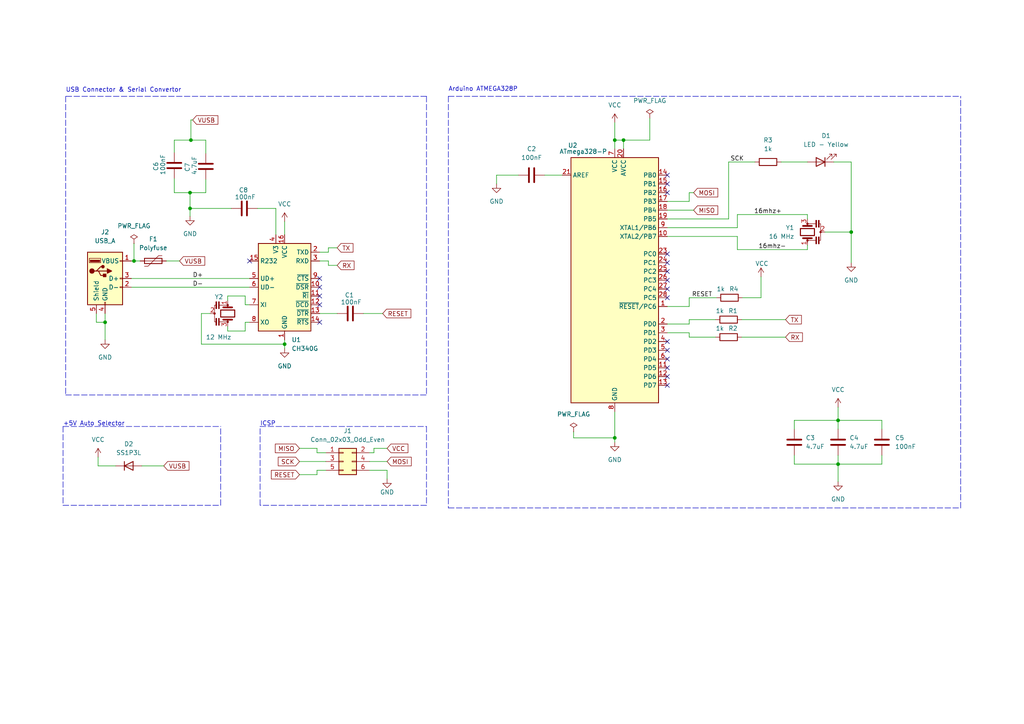
<source format=kicad_sch>
(kicad_sch (version 20211123) (generator eeschema)
  (paper "A4")
  (title_block (title "USB DUCO Miner") (date "2022-01-06") (rev "1") (company "iNimbleSloth.com"))
  (lib_symbols
    (symbol "Connector:USB_A" (pin_names (offset 1.016))
      (property "Reference" "J" (at -5.08 11.43 0))
      (property "Value" "USB_A" (at -5.08 8.89 0))
      (symbol "USB_A_0_1"
        (rectangle (start -5.08 -7.62) (end 5.08 7.62) (stroke (width 0.254)) (fill (type background)))
        (circle (center -3.81 2.159) (radius 0.635) (stroke (width 0.254)) (fill (type outline)))
        (rectangle (start -1.524 4.826) (end -4.318 5.334) (fill (type outline)))
        (rectangle (start -1.27 4.572) (end -4.572 5.842))
        (circle (center -0.635 3.429) (radius 0.381) (stroke (width 0.254)) (fill (type outline)))
        (rectangle (start -0.127 -7.62) (end 0.127 -6.858))
        (polyline (pts (xy -3.175 2.159) (xy -2.54 2.159) (xy -1.27 3.429) (xy -0.635 3.429)) (stroke (width 0.254)))
        (polyline (pts (xy -2.54 2.159) (xy -1.905 2.159) (xy -1.27 0.889) (xy 0 0.889)) (stroke (width 0.254)))
        (polyline (pts (xy 0.635 2.794) (xy 0.635 1.524) (xy 1.905 2.159) (xy 0.635 2.794)) (stroke (width 0.254)) (fill (type outline)))
        (rectangle (start 0.254 1.27) (end -0.508 0.508) (stroke (width 0.254)) (fill (type outline)))
        (rectangle (start 5.08 -2.667) (end 4.318 -2.413))
        (rectangle (start 5.08 -0.127) (end 4.318 0.127))
        (rectangle (start 5.08 4.953) (end 4.318 5.207))
      )
      (symbol "USB_A_1_1"
        (polyline (pts (xy -1.905 2.159) (xy 0.635 2.159)) (stroke (width 0.254)))
        (pin power_in line (at 7.62 5.08 180) (length 2.54) (name "VBUS") (number "1"))
        (pin bidirectional line (at 7.62 -2.54 180) (length 2.54) (name "D-") (number "2"))
        (pin bidirectional line (at 7.62 0 180) (length 2.54) (name "D+") (number "3"))
        (pin power_in line (at 0 -10.16 90) (length 2.54) (name "GND") (number "4"))
        (pin passive line (at -2.54 -10.16 90) (length 2.54) (name "Shield") (number "5"))
      )
    )
    (symbol "Connector_Generic:Conn_02x03_Odd_Even" (pin_names (offset 1.016) hide)
      (property "Reference" "J" (at 1.27 5.08 0))
      (property "Value" "Conn_02x03_Odd_Even" (at 1.27 -5.08 0))
      (symbol "Conn_02x03_Odd_Even_1_1"
        (rectangle (start -1.27 -2.413) (end 0 -2.667) (stroke (width 0.1524)))
        (rectangle (start -1.27 0.127) (end 0 -0.127) (stroke (width 0.1524)))
        (rectangle (start -1.27 2.667) (end 0 2.413) (stroke (width 0.1524)))
        (rectangle (start -1.27 3.81) (end 3.81 -3.81) (stroke (width 0.254)) (fill (type background)))
        (rectangle (start 3.81 -2.413) (end 2.54 -2.667) (stroke (width 0.1524)))
        (rectangle (start 3.81 0.127) (end 2.54 -0.127) (stroke (width 0.1524)))
        (rectangle (start 3.81 2.667) (end 2.54 2.413) (stroke (width 0.1524)))
        (pin passive line (at -5.08 2.54 0) (length 3.81) (name "Pin_1") (number "1"))
        (pin passive line (at 7.62 2.54 180) (length 3.81) (name "Pin_2") (number "2"))
        (pin passive line (at -5.08 0 0) (length 3.81) (name "Pin_3") (number "3"))
        (pin passive line (at 7.62 0 180) (length 3.81) (name "Pin_4") (number "4"))
        (pin passive line (at -5.08 -2.54 0) (length 3.81) (name "Pin_5") (number "5"))
        (pin passive line (at 7.62 -2.54 180) (length 3.81) (name "Pin_6") (number "6"))
      )
    )
    (symbol "Device:C" (pin_numbers hide) (pin_names (offset 0.254))
      (property "Reference" "C" (at 0.635 2.54 0))
      (property "Value" "C" (at 0.635 -2.54 0))
      (symbol "C_0_1"
        (polyline (pts (xy -2.032 -0.762) (xy 2.032 -0.762)) (stroke (width 0.508)))
        (polyline (pts (xy -2.032 0.762) (xy 2.032 0.762)) (stroke (width 0.508)))
      )
      (symbol "C_1_1"
        (pin passive line (at 0 3.81 270) (length 2.794) (name "~") (number "1"))
        (pin passive line (at 0 -3.81 90) (length 2.794) (name "~") (number "2"))
      )
    )
    (symbol "Device:D" (pin_numbers hide) (pin_names (offset 1.016) hide)
      (property "Reference" "D" (at 0 2.54 0))
      (property "Value" "D" (at 0 -2.54 0))
      (symbol "D_0_1"
        (polyline (pts (xy -1.27 1.27) (xy -1.27 -1.27)) (stroke (width 0.254)))
        (polyline (pts (xy 1.27 0) (xy -1.27 0)))
        (polyline (pts (xy 1.27 1.27) (xy 1.27 -1.27) (xy -1.27 0) (xy 1.27 1.27)) (stroke (width 0.254)))
      )
      (symbol "D_1_1"
        (pin passive line (at -3.81 0 0) (length 2.54) (name "K") (number "1"))
        (pin passive line (at 3.81 0 180) (length 2.54) (name "A") (number "2"))
      )
    )
    (symbol "Device:LED" (pin_numbers hide) (pin_names (offset 1.016) hide)
      (property "Reference" "D" (at 0 2.54 0))
      (property "Value" "LED" (at 0 -2.54 0))
      (symbol "LED_0_1"
        (polyline (pts (xy -1.27 -1.27) (xy -1.27 1.27)) (stroke (width 0.254)))
        (polyline (pts (xy -1.27 0) (xy 1.27 0)))
        (polyline (pts (xy 1.27 -1.27) (xy 1.27 1.27) (xy -1.27 0) (xy 1.27 -1.27)) (stroke (width 0.254)))
        (polyline (pts (xy -3.048 -0.762) (xy -4.572 -2.286) (xy -3.81 -2.286) (xy -4.572 -2.286) (xy -4.572 -1.524)))
        (polyline (pts (xy -1.778 -0.762) (xy -3.302 -2.286) (xy -2.54 -2.286) (xy -3.302 -2.286) (xy -3.302 -1.524)))
      )
      (symbol "LED_1_1"
        (pin passive line (at -3.81 0 0) (length 2.54) (name "K") (number "1"))
        (pin passive line (at 3.81 0 180) (length 2.54) (name "A") (number "2"))
      )
    )
    (symbol "Device:Polyfuse" (pin_numbers hide) (pin_names (offset 0))
      (property "Reference" "F" (at -2.54 0 90))
      (property "Value" "Polyfuse" (at 2.54 0 90))
      (symbol "Polyfuse_0_1"
        (rectangle (start -0.762 2.54) (end 0.762 -2.54) (stroke (width 0.254)))
        (polyline (pts (xy 0 2.54) (xy 0 -2.54)))
        (polyline (pts (xy -1.524 2.54) (xy -1.524 1.524) (xy 1.524 -1.524) (xy 1.524 -2.54)))
      )
      (symbol "Polyfuse_1_1"
        (pin passive line (at 0 3.81 270) (length 1.27) (name "~") (number "1"))
        (pin passive line (at 0 -3.81 90) (length 1.27) (name "~") (number "2"))
      )
    )
    (symbol "Device:R" (pin_numbers hide) (pin_names (offset 0))
      (property "Reference" "R" (at 2.032 0 90))
      (property "Value" "R" (at 0 0 90))
      (symbol "R_0_1"
        (rectangle (start -1.016 -2.54) (end 1.016 2.54) (stroke (width 0.254)))
      )
      (symbol "R_1_1"
        (pin passive line (at 0 3.81 270) (length 1.27) (name "~") (number "1"))
        (pin passive line (at 0 -3.81 90) (length 1.27) (name "~") (number "2"))
      )
    )
    (symbol "Device:Resonator" (pin_names (offset 1.016) hide)
      (property "Reference" "Y" (at 0 5.715 0))
      (property "Value" "Resonator" (at 0 3.81 0))
      (symbol "Resonator_0_1"
        (rectangle (start -3.429 -3.175) (end -1.397 -3.429) (fill (type outline)))
        (rectangle (start -3.429 -2.413) (end -1.397 -2.667) (fill (type outline)))
        (circle (center -2.413 0) (radius 0.254) (fill (type outline)))
        (rectangle (start -1.016 2.032) (end 1.016 -2.032) (stroke (width 0.3048)))
        (circle (center 0 -3.81) (radius 0.254) (fill (type outline)))
        (polyline (pts (xy -2.413 -2.413) (xy -2.413 0)))
        (polyline (pts (xy -1.905 0) (xy -3.175 0)))
        (polyline (pts (xy -1.778 -1.27) (xy -1.778 1.27)) (stroke (width 0.508)))
        (polyline (pts (xy 1.778 -1.27) (xy 1.778 1.27)) (stroke (width 0.508)))
        (polyline (pts (xy 1.905 0) (xy 2.54 0)))
        (polyline (pts (xy 2.413 0) (xy 2.413 -2.54)))
        (polyline (pts (xy 2.413 -3.302) (xy 2.413 -3.81) (xy -2.413 -3.81) (xy -2.413 -3.302)))
        (rectangle (start 1.397 -3.175) (end 3.429 -3.429) (fill (type outline)))
        (rectangle (start 1.397 -2.413) (end 3.429 -2.667) (fill (type outline)))
        (circle (center 2.413 0) (radius 0.254) (fill (type outline)))
      )
      (symbol "Resonator_1_1"
        (pin passive line (at -3.81 0 0) (length 1.27) (name "1") (number "1"))
        (pin passive line (at 0 -5.08 90) (length 1.27) (name "2") (number "2"))
        (pin passive line (at 3.81 0 180) (length 1.27) (name "3") (number "3"))
      )
    )
    (symbol "Interface_USB:CH340G"
      (property "Reference" "U" (at -5.08 13.97 0))
      (property "Value" "CH340G" (at 1.27 13.97 0))
      (symbol "CH340G_0_1"
        (rectangle (start -7.62 12.7) (end 7.62 -12.7) (stroke (width 0.254)) (fill (type background)))
      )
      (symbol "CH340G_1_1"
        (pin power_in line (at 0 -15.24 90) (length 2.54) (name "GND") (number "1"))
        (pin input line (at 10.16 0 180) (length 2.54) (name "~{DSR}") (number "10"))
        (pin input line (at 10.16 -2.54 180) (length 2.54) (name "~{RI}") (number "11"))
        (pin input line (at 10.16 -5.08 180) (length 2.54) (name "~{DCD}") (number "12"))
        (pin output line (at 10.16 -7.62 180) (length 2.54) (name "~{DTR}") (number "13"))
        (pin output line (at 10.16 -10.16 180) (length 2.54) (name "~{RTS}") (number "14"))
        (pin input line (at -10.16 7.62 0) (length 2.54) (name "R232") (number "15"))
        (pin power_in line (at 0 15.24 270) (length 2.54) (name "VCC") (number "16"))
        (pin output line (at 10.16 10.16 180) (length 2.54) (name "TXD") (number "2"))
        (pin input line (at 10.16 7.62 180) (length 2.54) (name "RXD") (number "3"))
        (pin passive line (at -2.54 15.24 270) (length 2.54) (name "V3") (number "4"))
        (pin bidirectional line (at -10.16 2.54 0) (length 2.54) (name "UD+") (number "5"))
        (pin bidirectional line (at -10.16 0 0) (length 2.54) (name "UD-") (number "6"))
        (pin input line (at -10.16 -5.08 0) (length 2.54) (name "XI") (number "7"))
        (pin output line (at -10.16 -10.16 0) (length 2.54) (name "XO") (number "8"))
        (pin input line (at 10.16 2.54 180) (length 2.54) (name "~{CTS}") (number "9"))
      )
    )
    (symbol "MCU_Microchip_ATmega:ATmega328-P"
      (property "Reference" "U" (at -12.7 36.83 0))
      (property "Value" "ATmega328-P" (at 2.54 -36.83 0))
      (symbol "ATmega328-P_0_1"
        (rectangle (start -12.7 -35.56) (end 12.7 35.56) (stroke (width 0.254)) (fill (type background)))
      )
      (symbol "ATmega328-P_1_1"
        (pin bidirectional line (at 15.24 -7.62 180) (length 2.54) (name "~{RESET}/PC6") (number "1"))
        (pin bidirectional line (at 15.24 12.7 180) (length 2.54) (name "XTAL2/PB7") (number "10"))
        (pin bidirectional line (at 15.24 -25.4 180) (length 2.54) (name "PD5") (number "11"))
        (pin bidirectional line (at 15.24 -27.94 180) (length 2.54) (name "PD6") (number "12"))
        (pin bidirectional line (at 15.24 -30.48 180) (length 2.54) (name "PD7") (number "13"))
        (pin bidirectional line (at 15.24 30.48 180) (length 2.54) (name "PB0") (number "14"))
        (pin bidirectional line (at 15.24 27.94 180) (length 2.54) (name "PB1") (number "15"))
        (pin bidirectional line (at 15.24 25.4 180) (length 2.54) (name "PB2") (number "16"))
        (pin bidirectional line (at 15.24 22.86 180) (length 2.54) (name "PB3") (number "17"))
        (pin bidirectional line (at 15.24 20.32 180) (length 2.54) (name "PB4") (number "18"))
        (pin bidirectional line (at 15.24 17.78 180) (length 2.54) (name "PB5") (number "19"))
        (pin bidirectional line (at 15.24 -12.7 180) (length 2.54) (name "PD0") (number "2"))
        (pin power_in line (at 2.54 38.1 270) (length 2.54) (name "AVCC") (number "20"))
        (pin passive line (at -15.24 30.48 0) (length 2.54) (name "AREF") (number "21"))
        (pin passive line (at 0 -38.1 90) (length 2.54) hide (name "GND") (number "22"))
        (pin bidirectional line (at 15.24 7.62 180) (length 2.54) (name "PC0") (number "23"))
        (pin bidirectional line (at 15.24 5.08 180) (length 2.54) (name "PC1") (number "24"))
        (pin bidirectional line (at 15.24 2.54 180) (length 2.54) (name "PC2") (number "25"))
        (pin bidirectional line (at 15.24 0 180) (length 2.54) (name "PC3") (number "26"))
        (pin bidirectional line (at 15.24 -2.54 180) (length 2.54) (name "PC4") (number "27"))
        (pin bidirectional line (at 15.24 -5.08 180) (length 2.54) (name "PC5") (number "28"))
        (pin bidirectional line (at 15.24 -15.24 180) (length 2.54) (name "PD1") (number "3"))
        (pin bidirectional line (at 15.24 -17.78 180) (length 2.54) (name "PD2") (number "4"))
        (pin bidirectional line (at 15.24 -20.32 180) (length 2.54) (name "PD3") (number "5"))
        (pin bidirectional line (at 15.24 -22.86 180) (length 2.54) (name "PD4") (number "6"))
        (pin power_in line (at 0 38.1 270) (length 2.54) (name "VCC") (number "7"))
        (pin power_in line (at 0 -38.1 90) (length 2.54) (name "GND") (number "8"))
        (pin bidirectional line (at 15.24 15.24 180) (length 2.54) (name "XTAL1/PB6") (number "9"))
      )
    )
    (symbol "power:GND" (power) (pin_names (offset 0))
      (property "Value" "GND" (at 0 -3.81 0))
      (symbol "GND_0_1"
        (polyline (pts (xy 0 0) (xy 0 -1.27) (xy 1.27 -1.27) (xy 0 -2.54) (xy -1.27 -1.27) (xy 0 -1.27)))
      )
      (symbol "GND_1_1"
        (pin power_in line (at 0 0 270) (length 0) hide (name "GND") (number "1"))
      )
    )
    (symbol "power:PWR_FLAG" (power) (pin_numbers hide) (pin_names (offset 0) hide)
      (property "Value" "PWR_FLAG" (at 0 3.81 0))
      (symbol "PWR_FLAG_0_0"
        (pin power_out line (at 0 0 90) (length 0) (name "pwr") (number "1"))
      )
      (symbol "PWR_FLAG_0_1"
        (polyline (pts (xy 0 0) (xy 0 1.27) (xy -1.016 1.905) (xy 0 2.54) (xy 1.016 1.905) (xy 0 1.27)))
      )
    )
    (symbol "power:VCC" (power) (pin_names (offset 0))
      (property "Value" "VCC" (at 0 3.81 0))
      (symbol "VCC_0_1"
        (polyline (pts (xy -0.762 1.27) (xy 0 2.54)))
        (polyline (pts (xy 0 0) (xy 0 2.54)))
        (polyline (pts (xy 0 2.54) (xy 0.762 1.27)))
      )
      (symbol "VCC_1_1"
        (pin power_in line (at 0 0 90) (length 0) hide (name "VCC") (number "1"))
      )
    )
  )
  (junction (at 243.078 134.62))
  (junction (at 38.862 75.692))
  (junction (at 30.48 93.472))
  (junction (at 178.308 40.64))
  (junction (at 82.55 99.822))
  (junction (at 55.372 40.64))
  (junction (at 180.848 40.64))
  (junction (at 55.118 60.452))
  (junction (at 55.118 55.88))
  (junction (at 246.888 67.31))
  (junction (at 178.308 127))
  (junction (at 243.078 121.92))
  (no_connect (at 72.39 75.692))
  (no_connect (at 92.71 80.772))
  (no_connect (at 92.71 83.312))
  (no_connect (at 92.71 88.392))
  (no_connect (at 92.71 85.852))
  (no_connect (at 92.71 93.472))
  (no_connect (at 193.548 99.06))
  (no_connect (at 193.548 101.6))
  (no_connect (at 193.548 104.14))
  (no_connect (at 193.548 106.68))
  (no_connect (at 193.548 109.22))
  (no_connect (at 193.548 111.76))
  (no_connect (at 193.548 50.8))
  (no_connect (at 193.548 53.34))
  (no_connect (at 193.548 78.74))
  (no_connect (at 193.548 81.28))
  (no_connect (at 193.548 83.82))
  (no_connect (at 193.548 86.36))
  (no_connect (at 193.548 55.88))
  (no_connect (at 193.548 73.66))
  (no_connect (at 193.548 76.2))
  (wire (pts (xy 82.55 98.552) (xy 82.55 99.822)))
  (wire (pts (xy 82.55 64.262) (xy 82.55 68.072)))
  (wire (pts (xy 215.138 92.71) (xy 227.838 92.71)))
  (wire (pts (xy 255.778 134.62) (xy 255.778 132.08)))
  (wire (pts (xy 144.018 50.8) (xy 150.368 50.8)))
  (wire (pts (xy 95.25 71.882) (xy 95.25 73.152)))
  (wire (pts (xy 234.188 63.5) (xy 234.188 62.23)))
  (wire (pts (xy 95.25 75.692) (xy 95.25 76.962)))
  (wire (pts (xy 107.188 136.398) (xy 112.268 136.398)))
  (wire (pts (xy 166.37 127) (xy 178.308 127)))
  (wire (pts (xy 95.25 76.962) (xy 97.79 76.962)))
  (wire (pts (xy 92.71 90.932) (xy 97.79 90.932)))
  (polyline (pts (xy 64.008 146.558) (xy 64.008 123.698)))
  (wire (pts (xy 243.078 132.08) (xy 243.078 134.62)))
  (wire (pts (xy 215.392 86.36) (xy 220.726 86.36)))
  (wire (pts (xy 246.888 67.31) (xy 246.888 76.2)))
  (wire (pts (xy 38.1 83.312) (xy 72.39 83.312)))
  (wire (pts (xy 180.848 40.64) (xy 188.468 40.64)))
  (wire (pts (xy 178.308 127) (xy 178.308 128.27)))
  (wire (pts (xy 178.308 119.38) (xy 178.308 127)))
  (wire (pts (xy 230.378 132.08) (xy 230.378 134.62)))
  (polyline (pts (xy 75.438 123.698) (xy 123.698 123.698)))
  (wire (pts (xy 38.1 80.772) (xy 72.39 80.772)))
  (wire (pts (xy 66.04 85.852) (xy 66.04 87.122)))
  (wire (pts (xy 86.868 130.048) (xy 91.948 130.048)))
  (wire (pts (xy 91.948 136.398) (xy 94.488 136.398)))
  (wire (pts (xy 199.898 55.88) (xy 199.898 58.42)))
  (wire (pts (xy 199.898 92.71) (xy 207.518 92.71)))
  (wire (pts (xy 59.69 40.64) (xy 59.69 44.45)))
  (polyline (pts (xy 19.05 27.94) (xy 19.05 114.554)))
  (wire (pts (xy 230.378 124.46) (xy 230.378 121.92)))
  (wire (pts (xy 246.888 46.99) (xy 241.808 46.99)))
  (wire (pts (xy 144.018 53.34) (xy 144.018 50.8)))
  (wire (pts (xy 55.372 40.64) (xy 59.69 40.64)))
  (polyline (pts (xy 18.288 146.558) (xy 64.008 146.558)))
  (wire (pts (xy 108.458 130.048) (xy 112.268 130.048)))
  (wire (pts (xy 193.548 60.96) (xy 201.168 60.96)))
  (wire (pts (xy 55.118 55.88) (xy 55.118 60.452)))
  (wire (pts (xy 27.94 90.932) (xy 27.94 93.472)))
  (wire (pts (xy 239.268 67.31) (xy 246.888 67.31)))
  (wire (pts (xy 213.868 72.39) (xy 213.868 68.58)))
  (wire (pts (xy 255.778 121.92) (xy 255.778 124.46)))
  (wire (pts (xy 107.188 131.318) (xy 108.458 131.318)))
  (polyline (pts (xy 123.698 146.558) (xy 75.438 146.558)))
  (wire (pts (xy 193.548 88.9) (xy 199.898 88.9)))
  (wire (pts (xy 82.55 99.822) (xy 82.55 101.092)))
  (wire (pts (xy 91.948 137.668) (xy 91.948 136.398)))
  (wire (pts (xy 157.988 50.8) (xy 163.068 50.8)))
  (wire (pts (xy 86.868 137.668) (xy 91.948 137.668)))
  (wire (pts (xy 91.948 131.318) (xy 94.488 131.318)))
  (wire (pts (xy 55.118 55.88) (xy 59.69 55.88)))
  (wire (pts (xy 71.12 85.852) (xy 66.04 85.852)))
  (wire (pts (xy 166.37 125.222) (xy 166.37 127)))
  (wire (pts (xy 95.25 73.152) (xy 92.71 73.152)))
  (wire (pts (xy 28.448 132.588) (xy 28.448 135.128)))
  (wire (pts (xy 27.94 93.472) (xy 30.48 93.472)))
  (wire (pts (xy 58.42 99.822) (xy 82.55 99.822)))
  (wire (pts (xy 243.078 134.62) (xy 243.078 139.7)))
  (wire (pts (xy 193.548 93.98) (xy 199.898 93.98)))
  (polyline (pts (xy 123.698 123.698) (xy 123.698 146.558)))
  (wire (pts (xy 193.548 66.04) (xy 213.868 66.04)))
  (wire (pts (xy 230.378 134.62) (xy 243.078 134.62)))
  (polyline (pts (xy 19.05 114.554) (xy 123.698 114.554)))
  (wire (pts (xy 243.078 118.11) (xy 243.078 121.92)))
  (wire (pts (xy 215.138 97.79) (xy 227.838 97.79)))
  (wire (pts (xy 211.328 46.99) (xy 218.948 46.99)))
  (wire (pts (xy 28.448 135.128) (xy 33.528 135.128)))
  (wire (pts (xy 50.546 40.64) (xy 50.546 44.196)))
  (wire (pts (xy 91.948 130.048) (xy 91.948 131.318)))
  (wire (pts (xy 108.458 131.318) (xy 108.458 130.048)))
  (wire (pts (xy 38.862 70.612) (xy 38.862 75.692)))
  (wire (pts (xy 97.79 71.882) (xy 95.25 71.882)))
  (wire (pts (xy 230.378 121.92) (xy 243.078 121.92)))
  (wire (pts (xy 50.546 40.64) (xy 55.372 40.64)))
  (polyline (pts (xy 18.288 123.698) (xy 64.008 123.698)))
  (wire (pts (xy 193.548 96.52) (xy 199.898 96.52)))
  (wire (pts (xy 178.308 40.64) (xy 180.848 40.64)))
  (wire (pts (xy 71.12 93.472) (xy 72.39 93.472)))
  (wire (pts (xy 72.39 88.392) (xy 71.12 88.392)))
  (wire (pts (xy 50.546 55.88) (xy 55.118 55.88)))
  (polyline (pts (xy 130.048 27.94) (xy 130.048 147.32)))
  (polyline (pts (xy 278.638 147.32) (xy 278.638 27.94)))
  (wire (pts (xy 112.268 138.938) (xy 112.268 136.398)))
  (wire (pts (xy 193.548 63.5) (xy 211.328 63.5)))
  (wire (pts (xy 199.898 93.98) (xy 199.898 92.71)))
  (wire (pts (xy 180.848 43.18) (xy 180.848 40.64)))
  (wire (pts (xy 55.118 60.452) (xy 67.056 60.452)))
  (wire (pts (xy 243.078 134.62) (xy 255.778 134.62)))
  (wire (pts (xy 74.676 60.452) (xy 80.01 60.452)))
  (wire (pts (xy 199.898 55.88) (xy 201.168 55.88)))
  (wire (pts (xy 213.868 66.04) (xy 213.868 62.23)))
  (polyline (pts (xy 75.438 146.558) (xy 75.438 123.698)))
  (wire (pts (xy 30.48 93.472) (xy 30.48 98.552)))
  (wire (pts (xy 188.468 34.29) (xy 188.468 40.64)))
  (wire (pts (xy 58.42 90.932) (xy 58.42 99.822)))
  (wire (pts (xy 66.04 94.742) (xy 66.04 96.012)))
  (wire (pts (xy 213.868 62.23) (xy 234.188 62.23)))
  (wire (pts (xy 243.078 121.92) (xy 255.778 121.92)))
  (wire (pts (xy 66.04 96.012) (xy 71.12 96.012)))
  (wire (pts (xy 178.308 35.56) (xy 178.308 40.64)))
  (wire (pts (xy 50.546 51.816) (xy 50.546 55.88)))
  (wire (pts (xy 80.01 60.452) (xy 80.01 68.072)))
  (wire (pts (xy 193.548 58.42) (xy 199.898 58.42)))
  (polyline (pts (xy 130.048 147.32) (xy 278.638 147.32)))
  (wire (pts (xy 199.898 97.79) (xy 207.518 97.79)))
  (wire (pts (xy 220.726 80.264) (xy 220.726 86.36)))
  (wire (pts (xy 71.12 96.012) (xy 71.12 93.472)))
  (wire (pts (xy 55.372 34.798) (xy 55.372 40.64)))
  (wire (pts (xy 211.328 63.5) (xy 211.328 46.99)))
  (wire (pts (xy 55.88 34.798) (xy 55.372 34.798)))
  (wire (pts (xy 246.888 46.99) (xy 246.888 67.31)))
  (wire (pts (xy 243.078 121.92) (xy 243.078 124.46)))
  (polyline (pts (xy 123.698 27.94) (xy 123.698 114.554)))
  (wire (pts (xy 213.868 72.39) (xy 234.188 72.39)))
  (polyline (pts (xy 123.698 27.94) (xy 19.05 27.94)))
  (polyline (pts (xy 18.288 123.698) (xy 18.288 146.558)))
  (wire (pts (xy 199.898 86.36) (xy 207.772 86.36)))
  (wire (pts (xy 193.548 68.58) (xy 213.868 68.58)))
  (wire (pts (xy 199.898 96.52) (xy 199.898 97.79)))
  (wire (pts (xy 178.308 40.64) (xy 178.308 43.18)))
  (wire (pts (xy 48.26 75.692) (xy 52.07 75.692)))
  (wire (pts (xy 71.12 88.392) (xy 71.12 85.852)))
  (wire (pts (xy 38.1 75.692) (xy 38.862 75.692)))
  (wire (pts (xy 59.69 55.88) (xy 59.69 52.07)))
  (polyline (pts (xy 130.048 27.94) (xy 278.638 27.94)))
  (wire (pts (xy 226.568 46.99) (xy 234.188 46.99)))
  (wire (pts (xy 30.48 93.472) (xy 30.48 90.932)))
  (wire (pts (xy 38.862 75.692) (xy 40.64 75.692)))
  (wire (pts (xy 234.188 71.12) (xy 234.188 72.39)))
  (wire (pts (xy 199.898 88.9) (xy 199.898 86.36)))
  (wire (pts (xy 92.71 75.692) (xy 95.25 75.692)))
  (wire (pts (xy 107.188 133.858) (xy 112.268 133.858)))
  (wire (pts (xy 60.96 90.932) (xy 58.42 90.932)))
  (wire (pts (xy 55.118 60.452) (xy 55.118 62.738)))
  (wire (pts (xy 86.868 133.858) (xy 94.488 133.858)))
  (wire (pts (xy 105.41 90.932) (xy 110.998 90.932)))
  (wire (pts (xy 41.148 135.128) (xy 47.498 135.128)))
  (text "Arduino ATMEGA328P" (at 130.048 26.67 0) (effects (font (size 1.27 1.27)) (justify left bottom)))
  (text "ICSP" (at 75.438 123.698 0) (effects (font (size 1.27 1.27)) (justify left bottom)))
  (text "USB Connector & Serial Convertor" (at 19.05 26.924 0) (effects (font (size 1.27 1.27)) (justify left bottom)))
  (text "+5V Auto Selector" (at 18.288 123.698 0) (effects (font (size 1.27 1.27)) (justify left bottom)))
  (label "16mhz+" (at 218.694 62.23 0))
  (label "SCK" (at 211.836 46.99 0))
  (label "D+" (at 55.88 80.772 0))
  (label "16mhz-" (at 219.964 72.39 0))
  (label "D-" (at 55.88 83.312 0))
  (label "RESET" (at 200.66 86.36 0))
  (global_label "MISO" (shape input) (at 86.868 130.048 180) (property "Intersheet References" "${INTERSHEET_REFS}" (effects hide)))
  (global_label "RESET" (shape input) (at 110.998 90.932 0) (property "Intersheet References" "${INTERSHEET_REFS}" (effects hide)))
  (global_label "VUSB" (shape input) (at 55.88 34.798 0) (property "Intersheet References" "${INTERSHEET_REFS}" (effects hide)))
  (global_label "SCK" (shape input) (at 86.868 133.858 180) (property "Intersheet References" "${INTERSHEET_REFS}" (effects hide)))
  (global_label "VUSB" (shape input) (at 47.498 135.128 0) (property "Intersheet References" "${INTERSHEET_REFS}" (effects hide)))
  (global_label "TX" (shape input) (at 97.79 71.882 0) (property "Intersheet References" "${INTERSHEET_REFS}" (effects hide)))
  (global_label "RX" (shape input) (at 97.79 76.962 0) (property "Intersheet References" "${INTERSHEET_REFS}" (effects hide)))
  (global_label "VCC" (shape input) (at 112.268 130.048 0) (property "Intersheet References" "${INTERSHEET_REFS}" (effects hide)))
  (global_label "MOSI" (shape input) (at 201.168 55.88 0) (property "Intersheet References" "${INTERSHEET_REFS}" (effects hide)))
  (global_label "RESET" (shape input) (at 86.868 137.668 180) (property "Intersheet References" "${INTERSHEET_REFS}" (effects hide)))
  (global_label "TX" (shape input) (at 227.838 92.71 0) (property "Intersheet References" "${INTERSHEET_REFS}" (effects hide)))
  (global_label "MOSI" (shape input) (at 112.268 133.858 0) (property "Intersheet References" "${INTERSHEET_REFS}" (effects hide)))
  (global_label "MISO" (shape input) (at 201.168 60.96 0) (property "Intersheet References" "${INTERSHEET_REFS}" (effects hide)))
  (global_label "VUSB" (shape input) (at 52.07 75.692 0) (property "Intersheet References" "${INTERSHEET_REFS}" (effects hide)))
  (global_label "RX" (shape input) (at 227.838 97.79 0) (property "Intersheet References" "${INTERSHEET_REFS}" (effects hide)))
  (symbol (lib_id "power:VCC") (at 82.55 64.262 0) (unit 1)
    (property "Reference" "#PWR03" (effects hide))
    (property "Value" "VCC" (at 82.55 59.182 0))
  )
  (symbol (lib_id "Device:C") (at 70.866 60.452 90) (unit 1)
    (property "Reference" "C8" (at 70.612 55.118 90))
    (property "Value" "100nF" (at 71.12 57.15 90))
    (property "Footprint" "Capacitor_SMD:C_1206_3216Metric_Pad1.33x1.80mm_HandSolder" (effects hide))
  )
  (symbol (lib_id "Device:R") (at 222.758 46.99 90) (unit 1)
    (property "Reference" "R3" (at 222.758 40.64 90))
    (property "Value" "1k" (at 222.758 43.18 90))
    (property "Footprint" "Resistor_SMD:R_1206_3216Metric_Pad1.30x1.75mm_HandSolder" (effects hide))
  )
  (symbol (lib_id "Device:Polyfuse") (at 44.45 75.692 90) (unit 1)
    (property "Reference" "F1" (at 44.45 69.342 90))
    (property "Value" "Polyfuse" (at 44.45 71.882 90))
    (property "Footprint" "Fuse:Fuse_1206_3216Metric_Pad1.42x1.75mm_HandSolder" (effects hide))
  )
  (symbol (lib_id "power:GND") (at 82.55 101.092 0) (unit 1)
    (property "Reference" "#PWR04" (effects hide))
    (property "Value" "GND" (at 82.55 106.172 0))
  )
  (symbol (lib_id "power:VCC") (at 28.448 132.588 0) (unit 1)
    (property "Reference" "#PWR01" (effects hide))
    (property "Value" "VCC" (at 28.448 127.508 0))
  )
  (symbol (lib_id "Device:C") (at 154.178 50.8 90) (unit 1)
    (property "Reference" "C2" (at 154.178 43.18 90))
    (property "Value" "100nF" (at 154.178 45.72 90))
    (property "Footprint" "Capacitor_SMD:C_1206_3216Metric_Pad1.33x1.80mm_HandSolder" (effects hide))
  )
  (symbol (lib_id "Interface_USB:CH340G") (at 82.55 83.312 0) (unit 1)
    (property "Reference" "U1" (at 84.5694 98.552 0) (effects (justify left)))
    (property "Value" "CH340G" (at 84.5694 101.092 0) (effects (justify left)))
    (property "Footprint" "Package_SO:SOIC-16_3.9x9.9mm_P1.27mm" (effects hide))
    (property "Datasheet" "http://www.datasheet5.com/pdf-local-2195953" (effects hide))
  )
  (symbol (lib_id "Device:C") (at 59.69 48.26 180) (unit 1)
    (property "Reference" "C7" (at 54.356 48.514 90))
    (property "Value" "4.7uF" (at 56.388 48.006 90))
    (property "Footprint" "Capacitor_SMD:C_1206_3216Metric_Pad1.33x1.80mm_HandSolder" (effects hide))
  )
  (symbol (lib_id "Device:C") (at 243.078 128.27 180) (unit 1)
    (property "Reference" "C4" (at 246.38 126.9999 0) (effects (justify right)))
    (property "Value" "4.7uF" (at 246.38 129.5399 0) (effects (justify right)))
    (property "Footprint" "Capacitor_SMD:C_1206_3216Metric_Pad1.33x1.80mm_HandSolder" (effects hide))
  )
  (symbol (lib_id "Device:C") (at 50.546 48.006 180) (unit 1)
    (property "Reference" "C6" (at 45.212 48.26 90))
    (property "Value" "100nF" (at 47.244 47.752 90))
    (property "Footprint" "Capacitor_SMD:C_1206_3216Metric_Pad1.33x1.80mm_HandSolder" (effects hide))
  )
  (symbol (lib_id "power:VCC") (at 243.078 118.11 0) (unit 1)
    (property "Reference" "#PWR011" (effects hide))
    (property "Value" "VCC" (at 243.078 113.03 0))
  )
  (symbol (lib_id "Device:D") (at 37.338 135.128 0) (unit 1)
    (property "Reference" "D2" (at 37.338 128.778 0))
    (property "Value" "SS1P3L" (at 37.338 131.318 0))
    (property "Footprint" "Diode_SMD:D_1206_3216Metric_Pad1.42x1.75mm_HandSolder" (effects hide))
  )
  (symbol (lib_id "Connector:USB_A") (at 30.48 80.772 0) (unit 1)
    (property "Reference" "J2" (at 30.48 67.31 0))
    (property "Value" "USB_A" (at 30.48 69.85 0))
    (property "Footprint" "footprints:USB_A Plug" (effects hide))
    (property "Datasheet" "https://www.farnell.com/datasheets/3157114.pdf" (effects hide))
  )
  (symbol (lib_id "Device:R") (at 211.582 86.36 90) (unit 1)
    (property "Reference" "R4" (at 212.852 83.82 90))
    (property "Value" "1k" (at 209.042 83.82 90))
    (property "Footprint" "Resistor_SMD:R_1206_3216Metric_Pad1.30x1.75mm_HandSolder" (effects hide))
  )
  (symbol (lib_id "power:GND") (at 55.118 62.738 0) (unit 1)
    (property "Reference" "#PWR06" (effects hide))
    (property "Value" "GND" (at 55.118 67.818 0))
  )
  (symbol (lib_id "Device:C") (at 230.378 128.27 180) (unit 1)
    (property "Reference" "C3" (at 233.68 126.9999 0) (effects (justify right)))
    (property "Value" "4.7uF" (at 233.68 129.5399 0) (effects (justify right)))
    (property "Footprint" "Capacitor_SMD:C_1206_3216Metric_Pad1.33x1.80mm_HandSolder" (effects hide))
  )
  (symbol (lib_id "power:VCC") (at 178.308 35.56 0) (unit 1)
    (property "Reference" "#PWR09" (effects hide))
    (property "Value" "VCC" (at 178.308 30.48 0))
  )
  (symbol (lib_id "power:VCC") (at 220.726 80.264 0) (unit 1)
    (property "Reference" "#PWR014" (effects hide))
    (property "Value" "VCC" (at 220.98 76.454 0))
  )
  (symbol (lib_id "MCU_Microchip_ATmega:ATmega328-P") (at 178.308 81.28 0) (unit 1)
    (property "Reference" "U2" (at 166.116 42.164 0))
    (property "Value" "ATmega328-P" (at 169.164 43.942 0))
    (property "Footprint" "Package_DIP:DIP-28_W7.62mm" (effects hide))
    (property "Datasheet" "http://ww1.microchip.com/downloads/en/DeviceDoc/ATmega328_P%20AVR%20MCU%20with%20picoPower%20Technology%20Data%20Sheet%2040001984A.pdf" (effects hide))
  )
  (symbol (lib_id "power:GND") (at 178.308 128.27 0) (unit 1)
    (property "Reference" "#PWR010" (effects hide))
    (property "Value" "GND" (at 178.308 133.35 0))
  )
  (symbol (lib_id "Device:R") (at 211.328 92.71 90) (unit 1)
    (property "Reference" "R1" (at 212.598 90.17 90))
    (property "Value" "1k" (at 208.788 90.17 90))
    (property "Footprint" "Resistor_SMD:R_1206_3216Metric_Pad1.30x1.75mm_HandSolder" (effects hide))
  )
  (symbol (lib_id "Device:Resonator") (at 66.04 90.932 270) (unit 1)
    (property "Reference" "Y2" (at 62.23 86.106 90) (effects (justify left)))
    (property "Value" "12 MHz" (at 59.69 97.79 90) (effects (justify left)))
    (property "Footprint" "Crystal:Resonator-3Pin_W6.0mm_H3.0mm" (effects hide))
  )
  (symbol (lib_id "power:GND") (at 30.48 98.552 0) (unit 1)
    (property "Reference" "#PWR02" (effects hide))
    (property "Value" "GND" (at 30.48 103.632 0))
  )
  (symbol (lib_id "power:GND") (at 144.018 53.34 0) (unit 1)
    (property "Reference" "#PWR07" (effects hide))
    (property "Value" "GND" (at 144.018 58.42 0))
  )
  (symbol (lib_id "power:PWR_FLAG") (at 188.468 34.29 0) (unit 1)
    (property "Reference" "#FLG02" (effects hide))
    (property "Value" "PWR_FLAG" (at 188.468 29.21 0))
  )
  (symbol (lib_id "power:PWR_FLAG") (at 38.862 70.612 0) (unit 1)
    (property "Reference" "#FLG0101" (effects hide))
    (property "Value" "PWR_FLAG" (at 38.862 65.532 0))
  )
  (symbol (lib_id "Device:LED") (at 237.998 46.99 180) (unit 1)
    (property "Reference" "D1" (at 239.5855 39.37 0))
    (property "Value" "LED - Yellow" (at 239.5855 41.91 0))
    (property "Footprint" "LED_SMD:LED_1210_3225Metric_Pad1.42x2.65mm_HandSolder" (effects hide))
  )
  (symbol (lib_id "Device:R") (at 211.328 97.79 90) (unit 1)
    (property "Reference" "R2" (at 212.598 95.25 90))
    (property "Value" "1k" (at 208.788 95.25 90))
    (property "Footprint" "Resistor_SMD:R_1206_3216Metric_Pad1.30x1.75mm_HandSolder" (effects hide))
  )
  (symbol (lib_id "Device:C") (at 255.778 128.27 180) (unit 1)
    (property "Reference" "C5" (at 259.588 126.9999 0) (effects (justify right)))
    (property "Value" "100nF" (at 259.588 129.5399 0) (effects (justify right)))
    (property "Footprint" "Capacitor_SMD:C_1206_3216Metric_Pad1.33x1.80mm_HandSolder" (effects hide))
  )
  (symbol (lib_id "Device:Resonator") (at 234.188 67.31 90) (unit 1)
    (property "Reference" "Y1" (at 230.378 66.0399 90) (effects (justify left)))
    (property "Value" "16 MHz" (at 230.378 68.5799 90) (effects (justify left)))
    (property "Footprint" "Crystal:Resonator-3Pin_W6.0mm_H3.0mm" (effects hide))
  )
  (symbol (lib_id "power:PWR_FLAG") (at 166.37 125.222 0) (unit 1)
    (property "Reference" "#FLG01" (effects hide))
    (property "Value" "PWR_FLAG" (at 166.37 120.142 0))
  )
  (symbol (lib_id "power:GND") (at 246.888 76.2 0) (unit 1)
    (property "Reference" "#PWR013" (effects hide))
    (property "Value" "GND" (at 246.888 81.28 0))
  )
  (symbol (lib_id "Connector_Generic:Conn_02x03_Odd_Even") (at 99.568 133.858 0) (unit 1)
    (property "Reference" "J1" (at 100.838 124.968 0))
    (property "Value" "Conn_02x03_Odd_Even" (at 100.838 127.508 0))
    (property "Footprint" "Connector_PinHeader_2.54mm:PinHeader_2x03_P2.54mm_Vertical" (effects hide))
  )
  (symbol (lib_id "power:GND") (at 243.078 139.7 0) (unit 1)
    (property "Reference" "#PWR012" (effects hide))
    (property "Value" "GND" (at 243.078 144.78 0))
  )
  (symbol (lib_id "Device:C") (at 101.6 90.932 90) (unit 1)
    (property "Reference" "C1" (at 101.346 85.598 90))
    (property "Value" "100nF" (at 101.854 87.63 90))
    (property "Footprint" "Capacitor_SMD:C_1206_3216Metric_Pad1.33x1.80mm_HandSolder" (effects hide))
  )
  (symbol (lib_id "power:GND") (at 112.268 138.938 0) (unit 1)
    (property "Reference" "#PWR05" (effects hide))
    (property "Value" "GND" (at 112.268 142.748 0))
  )
)
</source>
